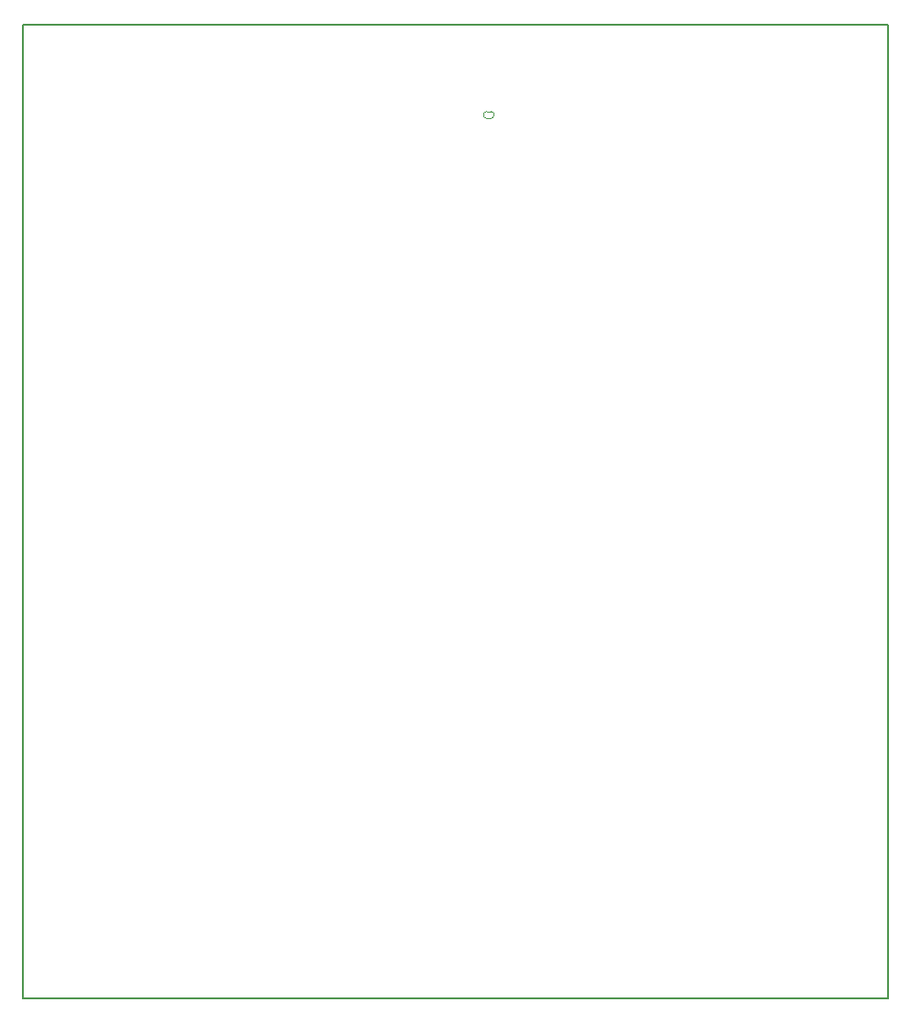
<source format=gm1>
%TF.GenerationSoftware,KiCad,Pcbnew,9.0.1*%
%TF.CreationDate,2025-04-14T20:06:37-03:00*%
%TF.ProjectId,SRAD_computer,53524144-5f63-46f6-9d70-757465722e6b,rev?*%
%TF.SameCoordinates,Original*%
%TF.FileFunction,Profile,NP*%
%FSLAX46Y46*%
G04 Gerber Fmt 4.6, Leading zero omitted, Abs format (unit mm)*
G04 Created by KiCad (PCBNEW 9.0.1) date 2025-04-14 20:06:37*
%MOMM*%
%LPD*%
G01*
G04 APERTURE LIST*
%TA.AperFunction,Profile*%
%ADD10C,0.200000*%
%TD*%
%TA.AperFunction,Profile*%
%ADD11C,0.010000*%
%TD*%
G04 APERTURE END LIST*
D10*
X55880000Y-35322984D02*
X135880000Y-35322984D01*
X135880000Y-125322984D01*
X55880000Y-125322984D01*
X55880000Y-35322984D01*
D11*
%TO.C,J7*%
X98805000Y-43315000D02*
X99155000Y-43315000D01*
X99155000Y-43965000D02*
X98805000Y-43965000D01*
X98480000Y-43640000D02*
G75*
G02*
X98805000Y-43315000I325000J0D01*
G01*
X98805000Y-43965000D02*
G75*
G02*
X98480000Y-43640000I0J325000D01*
G01*
X99155000Y-43315000D02*
G75*
G02*
X99480000Y-43640000I0J-325000D01*
G01*
X99480000Y-43640000D02*
G75*
G02*
X99155000Y-43965000I-325000J0D01*
G01*
%TD*%
M02*

</source>
